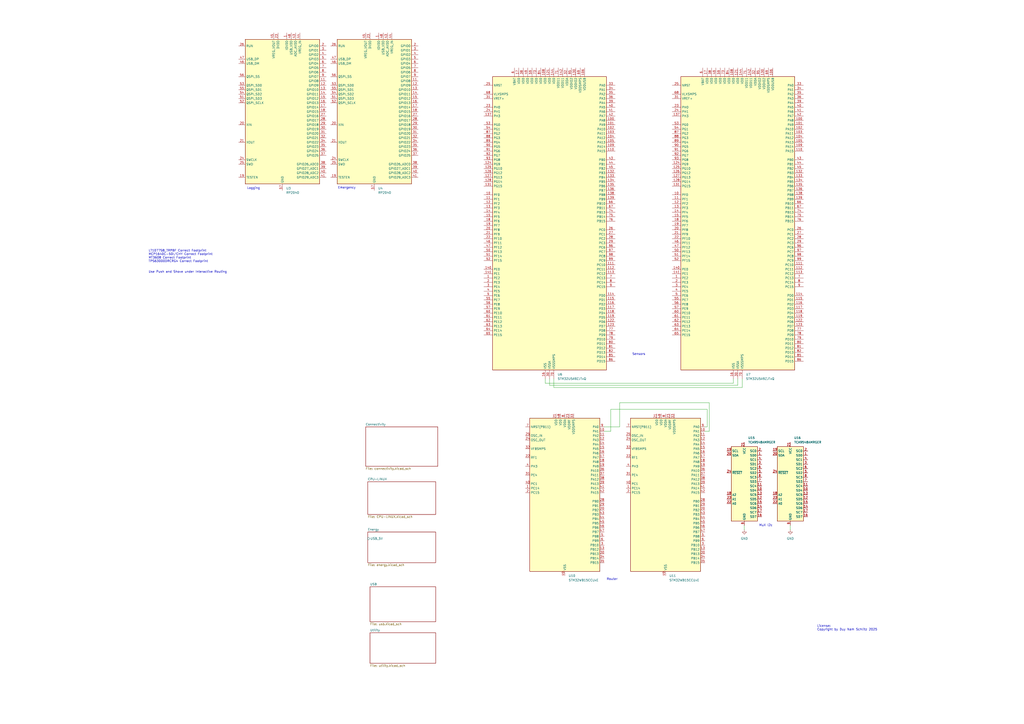
<source format=kicad_sch>
(kicad_sch (version 20250114) (generator "eeschema") (generator_version "9.0")
  (paper "A2")
  (title_block (title "SATELLITE EDGE Module - Rewo") (date "2025-08-03") (rev "1") (company "Duy Nam Schlitz"))
  (lib_symbols
    (symbol "Interface_Expansion:TCA9548AMRGER"
      (property "Reference" "U" (at -7.62 21.59 0))
      (property "Value" "TCA9548AMRGER" (at 1.016 21.59 0))
      (symbol "TCA9548AMRGER_0_1"
        (rectangle (start -7.62 20.32) (end 7.62 -22.86) (stroke (width 0.254)) (fill (type background)))
      )
      (symbol "TCA9548AMRGER_1_1"
        (pin input line (at -10.16 17.78 0) (length 2.54) (name "SCL") (number "19"))
        (pin bidirectional line (at -10.16 15.24 0) (length 2.54) (name "SDA") (number "20"))
        (pin input line (at -10.16 5.08 0) (length 2.54) (name "~{RESET}") (number "24"))
        (pin input line (at -10.16 -7.62 0) (length 2.54) (name "A2") (number "18"))
        (pin input line (at -10.16 -10.16 0) (length 2.54) (name "A1") (number "23"))
        (pin input line (at -10.16 -12.7 0) (length 2.54) (name "A0") (number "22"))
        (pin no_connect line (at -7.62 -15.24 0) (length 2.54) (hide yes) (name "1EP") (number "25"))
        (pin power_in line (at 0 22.86 270) (length 2.54) (name "VCC") (number "21"))
        (pin power_in line (at 0 -25.4 90) (length 2.54) (name "GND") (number "9"))
        (pin output line (at 10.16 17.78 180) (length 2.54) (name "SC0") (number "2"))
        (pin bidirectional line (at 10.16 15.24 180) (length 2.54) (name "SD0") (number "1"))
        (pin output line (at 10.16 12.7 180) (length 2.54) (name "SC1") (number "4"))
        (pin bidirectional line (at 10.16 10.16 180) (length 2.54) (name "SD1") (number "3"))
        (pin output line (at 10.16 7.62 180) (length 2.54) (name "SC2") (number "6"))
        (pin bidirectional line (at 10.16 5.08 180) (length 2.54) (name "SD2") (number "5"))
        (pin output line (at 10.16 2.54 180) (length 2.54) (name "SC3") (number "8"))
        (pin bidirectional line (at 10.16 0 180) (length 2.54) (name "SD3") (number "7"))
        (pin output line (at 10.16 -2.54 180) (length 2.54) (name "SC4") (number "11"))
        (pin bidirectional line (at 10.16 -5.08 180) (length 2.54) (name "SD4") (number "10"))
        (pin output line (at 10.16 -7.62 180) (length 2.54) (name "SC5") (number "13"))
        (pin bidirectional line (at 10.16 -10.16 180) (length 2.54) (name "SD5") (number "12"))
        (pin output line (at 10.16 -12.7 180) (length 2.54) (name "SC6") (number "15"))
        (pin bidirectional line (at 10.16 -15.24 180) (length 2.54) (name "SD6") (number "14"))
        (pin output line (at 10.16 -17.78 180) (length 2.54) (name "SC7") (number "17"))
        (pin bidirectional line (at 10.16 -20.32 180) (length 2.54) (name "SD7") (number "16"))
      )
    )
    (symbol "MCU_RaspberryPi:RP2040"
      (property "Reference" "U" (at 17.78 45.72 0))
      (property "Value" "RP2040" (at 17.78 43.18 0))
      (symbol "RP2040_0_1"
        (rectangle (start -21.59 41.91) (end 21.59 -41.91) (stroke (width 0.254)) (fill (type background)))
      )
      (symbol "RP2040_1_1"
        (pin input line (at -25.4 38.1 0) (length 3.81) (name "RUN") (number "26"))
        (pin bidirectional line (at -25.4 30.48 0) (length 3.81) (name "USB_DP") (number "47"))
        (pin bidirectional line (at -25.4 27.94 0) (length 3.81) (name "USB_DM") (number "46"))
        (pin bidirectional line (at -25.4 20.32 0) (length 3.81) (name "QSPI_SS") (number "56"))
        (pin bidirectional line (at -25.4 15.24 0) (length 3.81) (name "QSPI_SD0") (number "53"))
        (pin bidirectional line (at -25.4 12.7 0) (length 3.81) (name "QSPI_SD1") (number "55"))
        (pin bidirectional line (at -25.4 10.16 0) (length 3.81) (name "QSPI_SD2") (number "54"))
        (pin bidirectional line (at -25.4 7.62 0) (length 3.81) (name "QSPI_SD3") (number "51"))
        (pin output line (at -25.4 5.08 0) (length 3.81) (name "QSPI_SCLK") (number "52"))
        (pin input line (at -25.4 -7.62 0) (length 3.81) (name "XIN") (number "20"))
        (pin passive line (at -25.4 -17.78 0) (length 3.81) (name "XOUT") (number "21"))
        (pin input line (at -25.4 -27.94 0) (length 3.81) (name "SWCLK") (number "24"))
        (pin bidirectional line (at -25.4 -30.48 0) (length 3.81) (name "SWD") (number "25"))
        (pin input line (at -25.4 -38.1 0) (length 3.81) (name "TESTEN") (number "19"))
        (pin power_out line (at -5.08 45.72 270) (length 3.81) (name "VREG_VOUT") (number "45"))
        (pin power_in line (at -2.54 45.72 270) (length 3.81) (name "DVDD") (number "23"))
        (pin passive line (at -2.54 45.72 270) (length 3.81) (hide yes) (name "DVDD") (number "50"))
        (pin power_in line (at 0 -45.72 90) (length 3.81) (name "GND") (number "57"))
        (pin power_in line (at 2.54 45.72 270) (length 3.81) (name "IOVDD") (number "1"))
        (pin passive line (at 2.54 45.72 270) (length 3.81) (hide yes) (name "IOVDD") (number "10"))
        (pin passive line (at 2.54 45.72 270) (length 3.81) (hide yes) (name "IOVDD") (number "22"))
        (pin passive line (at 2.54 45.72 270) (length 3.81) (hide yes) (name "IOVDD") (number "33"))
        (pin passive line (at 2.54 45.72 270) (length 3.81) (hide yes) (name "IOVDD") (number "42"))
        (pin passive line (at 2.54 45.72 270) (length 3.81) (hide yes) (name "IOVDD") (number "49"))
        (pin power_in line (at 5.08 45.72 270) (length 3.81) (name "USB_VDD") (number "48"))
        (pin power_in line (at 7.62 45.72 270) (length 3.81) (name "ADC_AVDD") (number "43"))
        (pin power_in line (at 10.16 45.72 270) (length 3.81) (name "VREG_IN") (number "44"))
        (pin bidirectional line (at 25.4 38.1 180) (length 3.81) (name "GPIO0") (number "2"))
        (pin bidirectional line (at 25.4 35.56 180) (length 3.81) (name "GPIO1") (number "3"))
        (pin bidirectional line (at 25.4 33.02 180) (length 3.81) (name "GPIO2") (number "4"))
        (pin bidirectional line (at 25.4 30.48 180) (length 3.81) (name "GPIO3") (number "5"))
        (pin bidirectional line (at 25.4 27.94 180) (length 3.81) (name "GPIO4") (number "6"))
        (pin bidirectional line (at 25.4 25.4 180) (length 3.81) (name "GPIO5") (number "7"))
        (pin bidirectional line (at 25.4 22.86 180) (length 3.81) (name "GPIO6") (number "8"))
        (pin bidirectional line (at 25.4 20.32 180) (length 3.81) (name "GPIO7") (number "9"))
        (pin bidirectional line (at 25.4 17.78 180) (length 3.81) (name "GPIO8") (number "11"))
        (pin bidirectional line (at 25.4 15.24 180) (length 3.81) (name "GPIO9") (number "12"))
        (pin bidirectional line (at 25.4 12.7 180) (length 3.81) (name "GPIO10") (number "13"))
        (pin bidirectional line (at 25.4 10.16 180) (length 3.81) (name "GPIO11") (number "14"))
        (pin bidirectional line (at 25.4 7.62 180) (length 3.81) (name "GPIO12") (number "15"))
        (pin bidirectional line (at 25.4 5.08 180) (length 3.81) (name "GPIO13") (number "16"))
        (pin bidirectional line (at 25.4 2.54 180) (length 3.81) (name "GPIO14") (number "17"))
        (pin bidirectional line (at 25.4 0 180) (length 3.81) (name "GPIO15") (number "18"))
        (pin bidirectional line (at 25.4 -2.54 180) (length 3.81) (name "GPIO16") (number "27"))
        (pin bidirectional line (at 25.4 -5.08 180) (length 3.81) (name "GPIO17") (number "28"))
        (pin bidirectional line (at 25.4 -7.62 180) (length 3.81) (name "GPIO18") (number "29"))
        (pin bidirectional line (at 25.4 -10.16 180) (length 3.81) (name "GPIO19") (number "30"))
        (pin bidirectional line (at 25.4 -12.7 180) (length 3.81) (name "GPIO20") (number "31"))
        (pin bidirectional line (at 25.4 -15.24 180) (length 3.81) (name "GPIO21") (number "32"))
        (pin bidirectional line (at 25.4 -17.78 180) (length 3.81) (name "GPIO22") (number "34"))
        (pin bidirectional line (at 25.4 -20.32 180) (length 3.81) (name "GPIO23") (number "35"))
        (pin bidirectional line (at 25.4 -22.86 180) (length 3.81) (name "GPIO24") (number "36"))
        (pin bidirectional line (at 25.4 -25.4 180) (length 3.81) (name "GPIO25") (number "37"))
        (pin bidirectional line (at 25.4 -30.48 180) (length 3.81) (name "GPIO26_ADC0") (number "38"))
        (pin bidirectional line (at 25.4 -33.02 180) (length 3.81) (name "GPIO27_ADC1") (number "39"))
        (pin bidirectional line (at 25.4 -35.56 180) (length 3.81) (name "GPIO28_ADC2") (number "40"))
        (pin bidirectional line (at 25.4 -38.1 180) (length 3.81) (name "GPIO29_ADC3") (number "41"))
      )
    )
    (symbol "MCU_ST_STM32U5:STM32U5A9ZJTxQ"
      (property "Reference" "U" (at -33.02 87.63 0))
      (property "Value" "STM32U5A9ZJTxQ" (at 22.86 87.63 0))
      (symbol "STM32U5A9ZJTxQ_0_1"
        (rectangle (start -33.02 -83.82) (end 33.02 86.36) (stroke (width 0.254)) (fill (type background)))
      )
      (symbol "STM32U5A9ZJTxQ_1_1"
        (pin input line (at -38.1 81.28 0) (length 5.08) (name "NRST") (number "25"))
        (pin power_in line (at -38.1 76.2 0) (length 5.08) (name "VLXSMPS") (number "68"))
        (pin input line (at -38.1 73.66 0) (length 5.08) (name "VREF+") (number "31"))
        (pin bidirectional line (at -38.1 68.58 0) (length 5.08) (name "PH0") (number "23"))
        (pin bidirectional line (at -38.1 66.04 0) (length 5.08) (name "PH1") (number "24"))
        (pin bidirectional line (at -38.1 63.5 0) (length 5.08) (name "PH3") (number "137"))
        (pin bidirectional line (at -38.1 58.42 0) (length 5.08) (name "PG0") (number "53"))
        (pin bidirectional line (at -38.1 55.88 0) (length 5.08) (name "PG1") (number "54"))
        (pin bidirectional line (at -38.1 53.34 0) (length 5.08) (name "PG2") (number "87"))
        (pin bidirectional line (at -38.1 50.8 0) (length 5.08) (name "PG3") (number "88"))
        (pin bidirectional line (at -38.1 48.26 0) (length 5.08) (name "PG4") (number "89"))
        (pin bidirectional line (at -38.1 45.72 0) (length 5.08) (name "PG5") (number "90"))
        (pin bidirectional line (at -38.1 43.18 0) (length 5.08) (name "PG6") (number "91"))
        (pin bidirectional line (at -38.1 40.64 0) (length 5.08) (name "PG7") (number "92"))
        (pin bidirectional line (at -38.1 38.1 0) (length 5.08) (name "PG8") (number "93"))
        (pin bidirectional line (at -38.1 35.56 0) (length 5.08) (name "PG9") (number "124"))
        (pin bidirectional line (at -38.1 33.02 0) (length 5.08) (name "PG10") (number "125"))
        (pin bidirectional line (at -38.1 30.48 0) (length 5.08) (name "PG12") (number "126"))
        (pin bidirectional line (at -38.1 27.94 0) (length 5.08) (name "PG13") (number "127"))
        (pin bidirectional line (at -38.1 25.4 0) (length 5.08) (name "PG14") (number "128"))
        (pin bidirectional line (at -38.1 22.86 0) (length 5.08) (name "PG15") (number "131"))
        (pin bidirectional line (at -38.1 17.78 0) (length 5.08) (name "PF0") (number "10"))
        (pin bidirectional line (at -38.1 15.24 0) (length 5.08) (name "PF1") (number "11"))
        (pin bidirectional line (at -38.1 12.7 0) (length 5.08) (name "PF2") (number "12"))
        (pin bidirectional line (at -38.1 10.16 0) (length 5.08) (name "PF3") (number "13"))
        (pin bidirectional line (at -38.1 7.62 0) (length 5.08) (name "PF4") (number "14"))
        (pin bidirectional line (at -38.1 5.08 0) (length 5.08) (name "PF5") (number "15"))
        (pin bidirectional line (at -38.1 2.54 0) (length 5.08) (name "PF6") (number "18"))
        (pin bidirectional line (at -38.1 0 0) (length 5.08) (name "PF7") (number "19"))
        (pin bidirectional line (at -38.1 -2.54 0) (length 5.08) (name "PF8") (number "20"))
        (pin bidirectional line (at -38.1 -5.08 0) (length 5.08) (name "PF9") (number "21"))
        (pin bidirectional line (at -38.1 -7.62 0) (length 5.08) (name "PF10") (number "22"))
        (pin bidirectional line (at -38.1 -10.16 0) (length 5.08) (name "PF11") (number "46"))
        (pin bidirectional line (at -38.1 -12.7 0) (length 5.08) (name "PF12") (number "47"))
        (pin bidirectional line (at -38.1 -15.24 0) (length 5.08) (name "PF13") (number "50"))
        (pin bidirectional line (at -38.1 -17.78 0) (length 5.08) (name "PF14") (number "51"))
        (pin bidirectional line (at -38.1 -20.32 0) (length 5.08) (name "PF15") (number "52"))
        (pin bidirectional line (at -38.1 -25.4 0) (length 5.08) (name "PE0") (number "140"))
        (pin bidirectional line (at -38.1 -27.94 0) (length 5.08) (name "PE1") (number "141"))
        (pin bidirectional line (at -38.1 -30.48 0) (length 5.08) (name "PE2") (number "1"))
        (pin bidirectional line (at -38.1 -33.02 0) (length 5.08) (name "PE3") (number "2"))
        (pin bidirectional line (at -38.1 -35.56 0) (length 5.08) (name "PE4") (number "3"))
        (pin bidirectional line (at -38.1 -38.1 0) (length 5.08) (name "PE5") (number "4"))
        (pin bidirectional line (at -38.1 -40.64 0) (length 5.08) (name "PE6") (number "5"))
        (pin bidirectional line (at -38.1 -43.18 0) (length 5.08) (name "PE7") (number "55"))
        (pin bidirectional line (at -38.1 -45.72 0) (length 5.08) (name "PE8") (number "56"))
        (pin bidirectional line (at -38.1 -48.26 0) (length 5.08) (name "PE9") (number "57"))
        (pin bidirectional line (at -38.1 -50.8 0) (length 5.08) (name "PE10") (number "60"))
        (pin bidirectional line (at -38.1 -53.34 0) (length 5.08) (name "PE11") (number "61"))
        (pin bidirectional line (at -38.1 -55.88 0) (length 5.08) (name "PE12") (number "62"))
        (pin bidirectional line (at -38.1 -58.42 0) (length 5.08) (name "PE13") (number "63"))
        (pin bidirectional line (at -38.1 -60.96 0) (length 5.08) (name "PE14") (number "64"))
        (pin bidirectional line (at -38.1 -63.5 0) (length 5.08) (name "PE15") (number "65"))
        (pin power_in line (at -20.32 91.44 270) (length 5.08) (name "VBAT") (number "6"))
        (pin power_in line (at -17.78 91.44 270) (length 5.08) (name "VDD") (number "17"))
        (pin power_in line (at -15.24 91.44 270) (length 5.08) (name "VDD") (number "38"))
        (pin power_in line (at -12.7 91.44 270) (length 5.08) (name "VDD") (number "49"))
        (pin power_in line (at -10.16 91.44 270) (length 5.08) (name "VDD") (number "59"))
        (pin power_in line (at -7.62 91.44 270) (length 5.08) (name "VDD") (number "73"))
        (pin power_in line (at -5.08 91.44 270) (length 5.08) (name "VDD") (number "84"))
        (pin power_in line (at -2.54 91.44 270) (length 5.08) (name "VDD") (number "108"))
        (pin passive line (at -2.54 -88.9 90) (length 5.08) (hide yes) (name "VSS") (number "107"))
        (pin passive line (at -2.54 -88.9 90) (length 5.08) (hide yes) (name "VSS") (number "120"))
        (pin passive line (at -2.54 -88.9 90) (length 5.08) (hide yes) (name "VSS") (number "129"))
        (pin passive line (at -2.54 -88.9 90) (length 5.08) (hide yes) (name "VSS") (number "143"))
        (pin power_in line (at -2.54 -88.9 90) (length 5.08) (name "VSS") (number "16"))
        (pin passive line (at -2.54 -88.9 90) (length 5.08) (hide yes) (name "VSS") (number "37"))
        (pin passive line (at -2.54 -88.9 90) (length 5.08) (hide yes) (name "VSS") (number "48"))
        (pin passive line (at -2.54 -88.9 90) (length 5.08) (hide yes) (name "VSS") (number "58"))
        (pin passive line (at -2.54 -88.9 90) (length 5.08) (hide yes) (name "VSS") (number "72"))
        (pin passive line (at -2.54 -88.9 90) (length 5.08) (hide yes) (name "VSS") (number "83"))
        (pin passive line (at -2.54 -88.9 90) (length 5.08) (hide yes) (name "VSS") (number "94"))
        (pin power_in line (at 0 91.44 270) (length 5.08) (name "VDD") (number "121"))
        (pin power_in line (at 0 -88.9 90) (length 5.08) (name "VSSA") (number "30"))
        (pin power_in line (at 2.54 91.44 270) (length 5.08) (name "VDD") (number "144"))
        (pin power_in line (at 2.54 -88.9 90) (length 5.08) (name "VSSSMPS") (number "70"))
        (pin power_in line (at 5.08 91.44 270) (length 5.08) (name "VDD11") (number "71"))
        (pin power_in line (at 7.62 91.44 270) (length 5.08) (name "VDD11") (number "142"))
        (pin power_in line (at 10.16 91.44 270) (length 5.08) (name "VDDA") (number "32"))
        (pin power_in line (at 12.7 91.44 270) (length 5.08) (name "VDDIO2") (number "95"))
        (pin power_in line (at 15.24 91.44 270) (length 5.08) (name "VDDIO2") (number "130"))
        (pin power_in line (at 17.78 91.44 270) (length 5.08) (name "VDDSMPS") (number "69"))
        (pin power_in line (at 20.32 91.44 270) (length 5.08) (name "VDDUSB") (number "106"))
        (pin bidirectional line (at 38.1 81.28 180) (length 5.08) (name "PA0") (number "33"))
        (pin bidirectional line (at 38.1 78.74 180) (length 5.08) (name "PA1") (number "34"))
        (pin bidirectional line (at 38.1 76.2 180) (length 5.08) (name "PA2") (number "35"))
        (pin bidirectional line (at 38.1 73.66 180) (length 5.08) (name "PA3") (number "36"))
        (pin bidirectional line (at 38.1 71.12 180) (length 5.08) (name "PA4") (number "39"))
        (pin bidirectional line (at 38.1 68.58 180) (length 5.08) (name "PA5") (number "40"))
        (pin bidirectional line (at 38.1 66.04 180) (length 5.08) (name "PA6") (number "41"))
        (pin bidirectional line (at 38.1 63.5 180) (length 5.08) (name "PA7") (number "42"))
        (pin bidirectional line (at 38.1 60.96 180) (length 5.08) (name "PA8") (number "100"))
        (pin bidirectional line (at 38.1 58.42 180) (length 5.08) (name "PA9") (number "101"))
        (pin bidirectional line (at 38.1 55.88 180) (length 5.08) (name "PA10") (number "102"))
        (pin bidirectional line (at 38.1 53.34 180) (length 5.08) (name "PA11") (number "103"))
        (pin bidirectional line (at 38.1 50.8 180) (length 5.08) (name "PA12") (number "104"))
        (pin bidirectional line (at 38.1 48.26 180) (length 5.08) (name "PA13") (number "105"))
        (pin bidirectional line (at 38.1 45.72 180) (length 5.08) (name "PA14") (number "109"))
        (pin bidirectional line (at 38.1 43.18 180) (length 5.08) (name "PA15") (number "110"))
        (pin bidirectional line (at 38.1 38.1 180) (length 5.08) (name "PB0") (number "43"))
        (pin bidirectional line (at 38.1 35.56 180) (length 5.08) (name "PB1") (number "44"))
        (pin bidirectional line (at 38.1 33.02 180) (length 5.08) (name "PB2") (number "45"))
        (pin bidirectional line (at 38.1 30.48 180) (length 5.08) (name "PB3") (number "132"))
        (pin bidirectional line (at 38.1 27.94 180) (length 5.08) (name "PB4") (number "133"))
        (pin bidirectional line (at 38.1 25.4 180) (length 5.08) (name "PB5") (number "134"))
        (pin bidirectional line (at 38.1 22.86 180) (length 5.08) (name "PB6") (number "135"))
        (pin bidirectional line (at 38.1 20.32 180) (length 5.08) (name "PB7") (number "136"))
        (pin bidirectional line (at 38.1 17.78 180) (length 5.08) (name "PB8") (number "138"))
        (pin bidirectional line (at 38.1 15.24 180) (length 5.08) (name "PB9") (number "139"))
        (pin bidirectional line (at 38.1 12.7 180) (length 5.08) (name "PB10") (number "66"))
        (pin bidirectional line (at 38.1 10.16 180) (length 5.08) (name "PB11") (number "67"))
        (pin bidirectional line (at 38.1 7.62 180) (length 5.08) (name "PB13") (number "74"))
        (pin bidirectional line (at 38.1 5.08 180) (length 5.08) (name "PB14") (number "75"))
        (pin bidirectional line (at 38.1 2.54 180) (length 5.08) (name "PB15") (number "76"))
        (pin bidirectional line (at 38.1 -2.54 180) (length 5.08) (name "PC0") (number "26"))
        (pin bidirectional line (at 38.1 -5.08 180) (length 5.08) (name "PC1") (number "27"))
        (pin bidirectional line (at 38.1 -7.62 180) (length 5.08) (name "PC2") (number "28"))
        (pin bidirectional line (at 38.1 -10.16 180) (length 5.08) (name "PC3") (number "29"))
        (pin bidirectional line (at 38.1 -12.7 180) (length 5.08) (name "PC6") (number "96"))
        (pin bidirectional line (at 38.1 -15.24 180) (length 5.08) (name "PC7") (number "97"))
        (pin bidirectional line (at 38.1 -17.78 180) (length 5.08) (name "PC8") (number "98"))
        (pin bidirectional line (at 38.1 -20.32 180) (length 5.08) (name "PC9") (number "99"))
        (pin bidirectional line (at 38.1 -22.86 180) (length 5.08) (name "PC10") (number "111"))
        (pin bidirectional line (at 38.1 -25.4 180) (length 5.08) (name "PC11") (number "112"))
        (pin bidirectional line (at 38.1 -27.94 180) (length 5.08) (name "PC12") (number "113"))
        (pin bidirectional line (at 38.1 -30.48 180) (length 5.08) (name "PC13") (number "7"))
        (pin bidirectional line (at 38.1 -33.02 180) (length 5.08) (name "PC14") (number "8"))
        (pin bidirectional line (at 38.1 -35.56 180) (length 5.08) (name "PC15") (number "9"))
        (pin bidirectional line (at 38.1 -40.64 180) (length 5.08) (name "PD0") (number "114"))
        (pin bidirectional line (at 38.1 -43.18 180) (length 5.08) (name "PD1") (number "115"))
        (pin bidirectional line (at 38.1 -45.72 180) (length 5.08) (name "PD2") (number "116"))
        (pin bidirectional line (at 38.1 -48.26 180) (length 5.08) (name "PD3") (number "117"))
        (pin bidirectional line (at 38.1 -50.8 180) (length 5.08) (name "PD4") (number "118"))
        (pin bidirectional line (at 38.1 -53.34 180) (length 5.08) (name "PD5") (number "119"))
        (pin bidirectional line (at 38.1 -55.88 180) (length 5.08) (name "PD6") (number "122"))
        (pin bidirectional line (at 38.1 -58.42 180) (length 5.08) (name "PD7") (number "123"))
        (pin bidirectional line (at 38.1 -60.96 180) (length 5.08) (name "PD8") (number "77"))
        (pin bidirectional line (at 38.1 -63.5 180) (length 5.08) (name "PD9") (number "78"))
        (pin bidirectional line (at 38.1 -66.04 180) (length 5.08) (name "PD10") (number "79"))
        (pin bidirectional line (at 38.1 -68.58 180) (length 5.08) (name "PD11") (number "80"))
        (pin bidirectional line (at 38.1 -71.12 180) (length 5.08) (name "PD12") (number "81"))
        (pin bidirectional line (at 38.1 -73.66 180) (length 5.08) (name "PD13") (number "82"))
        (pin bidirectional line (at 38.1 -76.2 180) (length 5.08) (name "PD14") (number "85"))
        (pin bidirectional line (at 38.1 -78.74 180) (length 5.08) (name "PD15") (number "86"))
      )
    )
    (symbol "MCU_ST_STM32WB:STM32WB15CCUxE"
      (property "Reference" "U" (at -20.32 46.99 0))
      (property "Value" "STM32WB15CCUxE" (at 7.62 46.99 0))
      (symbol "STM32WB15CCUxE_0_1"
        (rectangle (start -20.32 -43.18) (end 20.32 45.72) (stroke (width 0.254)) (fill (type background)))
      )
      (symbol "STM32WB15CCUxE_1_1"
        (pin input line (at -22.86 40.64 0) (length 2.54) (name "NRST(PB11)") (number "7"))
        (pin input line (at -22.86 35.56 0) (length 2.54) (name "OSC_IN") (number "25"))
        (pin input line (at -22.86 33.02 0) (length 2.54) (name "OSC_OUT") (number "24"))
        (pin input line (at -22.86 27.94 0) (length 2.54) (name "VFBSMPS") (number "32"))
        (pin bidirectional line (at -22.86 22.86 0) (length 2.54) (name "RF1") (number "22"))
        (pin bidirectional line (at -22.86 17.78 0) (length 2.54) (name "PH3") (number "4"))
        (pin bidirectional line (at -22.86 12.7 0) (length 2.54) (name "PE4") (number "31"))
        (pin bidirectional line (at -22.86 7.62 0) (length 2.54) (name "PC1") (number "40"))
        (pin bidirectional line (at -22.86 5.08 0) (length 2.54) (name "PC14") (number "1"))
        (pin bidirectional line (at -22.86 2.54 0) (length 2.54) (name "PC15") (number "2"))
        (pin no_connect line (at -20.32 -40.64 0) (length 2.54) (hide yes) (name "AT1") (number "27"))
        (pin no_connect line (at -20.32 -43.18 0) (length 2.54) (hide yes) (name "AT0") (number "26"))
        (pin power_in line (at -5.08 48.26 270) (length 2.54) (name "VDD") (number "21"))
        (pin power_in line (at -2.54 48.26 270) (length 2.54) (name "VDD") (number "48"))
        (pin power_in line (at 0 48.26 270) (length 2.54) (name "VDDA") (number "8"))
        (pin power_in line (at 0 -45.72 90) (length 2.54) (name "VSS") (number "49"))
        (pin power_in line (at 2.54 48.26 270) (length 2.54) (name "VDDRF") (number "23"))
        (pin power_in line (at 5.08 48.26 270) (length 2.54) (name "VDDSMPS") (number "33"))
        (pin bidirectional line (at 22.86 40.64 180) (length 2.54) (name "PA0") (number "9"))
        (pin bidirectional line (at 22.86 38.1 180) (length 2.54) (name "PA1") (number "10"))
        (pin bidirectional line (at 22.86 35.56 180) (length 2.54) (name "PA2") (number "11"))
        (pin bidirectional line (at 22.86 33.02 180) (length 2.54) (name "PA3") (number "12"))
        (pin bidirectional line (at 22.86 30.48 180) (length 2.54) (name "PA4") (number "14"))
        (pin bidirectional line (at 22.86 27.94 180) (length 2.54) (name "PA5") (number "15"))
        (pin bidirectional line (at 22.86 25.4 180) (length 2.54) (name "PA6") (number "16"))
        (pin bidirectional line (at 22.86 22.86 180) (length 2.54) (name "PA7") (number "17"))
        (pin bidirectional line (at 22.86 20.32 180) (length 2.54) (name "PA8") (number "18"))
        (pin bidirectional line (at 22.86 17.78 180) (length 2.54) (name "PA9") (number "19"))
        (pin bidirectional line (at 22.86 15.24 180) (length 2.54) (name "PA10") (number "36"))
        (pin bidirectional line (at 22.86 12.7 180) (length 2.54) (name "PA11") (number "37"))
        (pin bidirectional line (at 22.86 10.16 180) (length 2.54) (name "PA12") (number "38"))
        (pin bidirectional line (at 22.86 7.62 180) (length 2.54) (name "PA13") (number "39"))
        (pin bidirectional line (at 22.86 5.08 180) (length 2.54) (name "PA14") (number "41"))
        (pin bidirectional line (at 22.86 2.54 180) (length 2.54) (name "PA15") (number "42"))
        (pin bidirectional line (at 22.86 -2.54 180) (length 2.54) (name "PB0") (number "28"))
        (pin bidirectional line (at 22.86 -5.08 180) (length 2.54) (name "PB1") (number "29"))
        (pin bidirectional line (at 22.86 -7.62 180) (length 2.54) (name "PB2") (number "20"))
        (pin bidirectional line (at 22.86 -10.16 180) (length 2.54) (name "PB3") (number "43"))
        (pin bidirectional line (at 22.86 -12.7 180) (length 2.54) (name "PB4") (number "44"))
        (pin bidirectional line (at 22.86 -15.24 180) (length 2.54) (name "PB5") (number "45"))
        (pin bidirectional line (at 22.86 -17.78 180) (length 2.54) (name "PB6") (number "46"))
        (pin bidirectional line (at 22.86 -20.32 180) (length 2.54) (name "PB7") (number "47"))
        (pin bidirectional line (at 22.86 -22.86 180) (length 2.54) (name "PB8") (number "5"))
        (pin bidirectional line (at 22.86 -25.4 180) (length 2.54) (name "PB9") (number "6"))
        (pin bidirectional line (at 22.86 -27.94 180) (length 2.54) (name "PB10") (number "3"))
        (pin bidirectional line (at 22.86 -30.48 180) (length 2.54) (name "PB12") (number "13"))
        (pin bidirectional line (at 22.86 -33.02 180) (length 2.54) (name "PB13") (number "30"))
        (pin bidirectional line (at 22.86 -35.56 180) (length 2.54) (name "PB14") (number "34"))
        (pin bidirectional line (at 22.86 -38.1 180) (length 2.54) (name "PB15") (number "35"))
      )
    )
    (symbol "power:GND" (power) (pin_numbers (hide yes)) (pin_names (offset 0) (hide yes))
      (property "Value" "GND" (at 0 -3.81 0))
      (symbol "GND_0_1"
        (polyline (pts (xy 0 0) (xy 0 -1.27) (xy 1.27 -1.27) (xy 0 -2.54) (xy -1.27 -1.27) (xy 0 -1.27)))
      )
      (symbol "GND_1_1"
        (pin power_in line (at 0 0 270) (length 0) (name "~") (number "1"))
      )
    )
  )
  (text "Logging" (at 147.066 109.22 0) (effects (font (size 1.27 1.27))))
  (text "Sensors" (at 370.586 205.486 0) (effects (font (size 1.27 1.27))))
  (text "License:\nCopyright by Duy Nam Schlitz 2025" (at 473.964 364.236 0) (effects (font (size 1.27 1.27)) (justify left)))
  (text "MuX I2c" (at 444.246 304.8 0) (effects (font (size 1.27 1.27))))
  (text "LT1077S8_TRPBF Correct Footprint\nMCP1640C-50I/CHY Correct Footprint\nMT3608 Correct Footprint\nTPS63000DRCRG4 Correct Footprint\n\n\nUse Push and Shove under Interactive Routing" (at 86.106 151.638 0) (effects (font (size 1.27 1.27)) (justify left)))
  (text "Router\n" (at 355.092 336.042 0) (effects (font (size 1.27 1.27))))
  (text "Emergency" (at 201.168 108.966 0) (effects (font (size 1.27 1.27))))
  (wire (pts (xy 316.23 219.71) (xy 316.23 222.25)))
  (wire (pts (xy 350.52 247.65) (xy 359.41 247.65)))
  (wire (pts (xy 408.94 247.65) (xy 410.21 247.65)))
  (wire (pts (xy 316.23 222.25) (xy 425.45 222.25)))
  (wire (pts (xy 318.77 223.52) (xy 318.77 219.71)))
  (wire (pts (xy 425.45 222.25) (xy 425.45 219.71)))
  (wire (pts (xy 359.41 233.68) (xy 411.48 233.68)))
  (wire (pts (xy 411.48 233.68) (xy 411.48 250.19)))
  (wire (pts (xy 410.21 237.49) (xy 354.33 237.49)))
  (wire (pts (xy 321.31 219.71) (xy 321.31 224.79)))
  (wire (pts (xy 359.41 247.65) (xy 359.41 233.68)))
  (wire (pts (xy 427.99 219.71) (xy 427.99 223.52)))
  (wire (pts (xy 410.21 247.65) (xy 410.21 237.49)))
  (wire (pts (xy 430.53 224.79) (xy 430.53 219.71)))
  (wire (pts (xy 431.8 307.34) (xy 431.8 304.8)))
  (wire (pts (xy 350.52 250.19) (xy 354.33 250.19)))
  (wire (pts (xy 354.33 237.49) (xy 354.33 250.19)))
  (wire (pts (xy 427.99 223.52) (xy 318.77 223.52)))
  (wire (pts (xy 411.48 250.19) (xy 408.94 250.19)))
  (wire (pts (xy 321.31 224.79) (xy 430.53 224.79)))
  (wire (pts (xy 458.47 307.34) (xy 458.47 304.8)))
  (symbol (lib_id "Interface_Expansion:TCA9548AMRGER") (at 431.8 279.4 0) (unit 1)
    (property "Reference" "U15" (at 433.9433 254 0) (effects (justify left)))
    (property "Value" "TCA9548AMRGER" (at 433.9433 256.54 0) (effects (justify left)))
    (property "Footprint" "Package_DFN_QFN:Texas_RGE0024C_VQFN-24-1EP_4x4mm_P0.5mm_EP2.1x2.1mm" (effects (hide yes)))
    (property "Datasheet" "http://www.ti.com/lit/ds/symlink/tca9548a.pdf" (effects (hide yes)))
    (property "Description" "Low voltage 8-channel I2C switch with reset, VQFN-24" (effects (hide yes)))
  )
  (symbol (lib_id "MCU_ST_STM32U5:STM32U5A9ZJTxQ") (at 318.77 130.81 0) (unit 1)
    (property "Reference" "U6" (at 323.4533 217.17 0) (effects (justify left)))
    (property "Value" "STM32U5A9ZJTxQ" (at 323.4533 219.71 0) (effects (justify left)))
    (property "Footprint" "Package_QFP:LQFP-144_20x20mm_P0.5mm" (effects (hide yes)))
    (property "Datasheet" "https://www.st.com/resource/en/datasheet/stm32u5a9zj.pdf" (effects (hide yes)))
    (property "Description" "STMicroelectronics Arm Cortex-M33 MCU, 4096KB flash, 2514KB RAM, 111 GPIO, LQFP144" (effects (hide yes)))
  )
  (symbol (lib_id "MCU_ST_STM32WB:STM32WB15CCUxE") (at 386.08 288.29 0) (unit 1)
    (property "Reference" "U11" (at 388.2233 334.01 0) (effects (justify left)))
    (property "Value" "STM32WB15CCUxE" (at 388.2233 336.55 0) (effects (justify left)))
    (property "Footprint" "Package_DFN_QFN:QFN-48-1EP_7x7mm_P0.5mm_EP5.6x5.6mm" (effects (hide yes)))
    (property "Datasheet" "https://www.st.com/resource/en/datasheet/stm32wb15cc.pdf" (effects (hide yes)))
    (property "Description" "STMicroelectronics Arm Cortex-M4 MCU, 320KB flash, 48KB RAM, 64 MHz, 1.71-3.6V, 36 GPIO, UFQFPN48" (effects (hide yes)))
  )
  (symbol (lib_id "power:GND") (at 458.47 307.34 0) (unit 1)
    (property "Reference" "#PWR02" (effects (hide yes)))
    (property "Value" "GND" (at 458.47 312.42 0))
    (property "Description" "Power symbol creates a global label with name \"GND\" , ground" (effects (hide yes)))
  )
  (symbol (lib_id "power:GND") (at 431.8 307.34 0) (unit 1)
    (property "Reference" "#PWR01" (effects (hide yes)))
    (property "Value" "GND" (at 431.8 312.42 0))
    (property "Description" "Power symbol creates a global label with name \"GND\" , ground" (effects (hide yes)))
  )
  (symbol (lib_id "MCU_RaspberryPi:RP2040") (at 163.83 64.77 0) (unit 1)
    (property "Reference" "U3" (at 165.9733 109.22 0) (effects (justify left)))
    (property "Value" "RP2040" (at 165.9733 111.76 0) (effects (justify left)))
    (property "Footprint" "Package_DFN_QFN:QFN-56-1EP_7x7mm_P0.4mm_EP3.2x3.2mm" (effects (hide yes)))
    (property "Datasheet" "https://datasheets.raspberrypi.com/rp2040/rp2040-datasheet.pdf" (effects (hide yes)))
    (property "Description" "A microcontroller by Raspberry Pi" (effects (hide yes)))
  )
  (symbol (lib_id "MCU_ST_STM32WB:STM32WB15CCUxE") (at 327.66 288.29 0) (unit 1)
    (property "Reference" "U10" (at 329.8033 334.01 0) (effects (justify left)))
    (property "Value" "STM32WB15CCUxE" (at 329.8033 336.55 0) (effects (justify left)))
    (property "Footprint" "Package_DFN_QFN:QFN-48-1EP_7x7mm_P0.5mm_EP5.6x5.6mm" (effects (hide yes)))
    (property "Datasheet" "https://www.st.com/resource/en/datasheet/stm32wb15cc.pdf" (effects (hide yes)))
    (property "Description" "STMicroelectronics Arm Cortex-M4 MCU, 320KB flash, 48KB RAM, 64 MHz, 1.71-3.6V, 36 GPIO, UFQFPN48" (effects (hide yes)))
  )
  (symbol (lib_id "Interface_Expansion:TCA9548AMRGER") (at 458.47 279.4 0) (unit 1)
    (property "Reference" "U16" (at 460.6133 254 0) (effects (justify left)))
    (property "Value" "TCA9548AMRGER" (at 460.6133 256.54 0) (effects (justify left)))
    (property "Footprint" "Package_DFN_QFN:Texas_RGE0024C_VQFN-24-1EP_4x4mm_P0.5mm_EP2.1x2.1mm" (effects (hide yes)))
    (property "Datasheet" "http://www.ti.com/lit/ds/symlink/tca9548a.pdf" (effects (hide yes)))
    (property "Description" "Low voltage 8-channel I2C switch with reset, VQFN-24" (effects (hide yes)))
  )
  (symbol (lib_id "MCU_ST_STM32U5:STM32U5A9ZJTxQ") (at 427.99 130.81 0) (unit 1)
    (property "Reference" "U7" (at 432.6733 217.17 0) (effects (justify left)))
    (property "Value" "STM32U5A9ZJTxQ" (at 432.6733 219.71 0) (effects (justify left)))
    (property "Footprint" "Package_QFP:LQFP-144_20x20mm_P0.5mm" (effects (hide yes)))
    (property "Datasheet" "https://www.st.com/resource/en/datasheet/stm32u5a9zj.pdf" (effects (hide yes)))
    (property "Description" "STMicroelectronics Arm Cortex-M33 MCU, 4096KB flash, 2514KB RAM, 111 GPIO, LQFP144" (effects (hide yes)))
  )
  (symbol (lib_id "MCU_RaspberryPi:RP2040") (at 217.17 64.77 0) (unit 1)
    (property "Reference" "U4" (at 219.3133 109.22 0) (effects (justify left)))
    (property "Value" "RP2040" (at 219.3133 111.76 0) (effects (justify left)))
    (property "Footprint" "Package_DFN_QFN:QFN-56-1EP_7x7mm_P0.4mm_EP3.2x3.2mm" (effects (hide yes)))
    (property "Datasheet" "https://datasheets.raspberrypi.com/rp2040/rp2040-datasheet.pdf" (effects (hide yes)))
    (property "Description" "A microcontroller by Raspberry Pi" (effects (hide yes)))
  )
  (sheet (at 214.63 340.36) (size 38.1 20.32) (stroke (width 0.1524))
    (property "Sheetname" "USB" (at 214.63 339.6484 0) (effects (justify left bottom)))
    (property "Sheetfile" "usb.kicad_sch" (at 214.63 361.2646 0) (effects (justify left top)))
  )
  (sheet (at 214.63 367.03) (size 38.1 17.78) (stroke (width 0.1524))
    (property "Sheetname" "Utility" (at 214.63 366.3184 0) (effects (justify left bottom)))
    (property "Sheetfile" "utility.kicad_sch" (at 214.63 385.3946 0) (effects (justify left top)))
  )
  (sheet (at 213.36 308.61) (size 39.37 17.78) (stroke (width 0.1524))
    (property "Sheetname" "Energy" (at 213.36 307.8984 0) (effects (justify left bottom)))
    (property "Sheetfile" "energy.kicad_sch" (at 213.36 326.9746 0) (effects (justify left top)))
    (pin "USB_5V" input (at 213.36 312.42 180))
  )
  (sheet (at 213.36 279.4) (size 39.37 19.05) (stroke (width 0.1524))
    (property "Sheetname" "CPU-LINUX" (at 213.36 278.6884 0) (effects (justify left bottom)))
    (property "Sheetfile" "CPU-LINUX.kicad_sch" (at 213.36 299.0346 0) (effects (justify left top)))
  )
  (sheet (at 212.09 247.65) (size 41.91 22.86) (stroke (width 0.1524))
    (property "Sheetname" "Connectivity" (at 212.09 246.9384 0) (effects (justify left bottom)))
    (property "Sheetfile" "connectivity.kicad_sch" (at 212.09 271.0946 0) (effects (justify left top)))
  )
)
</source>
